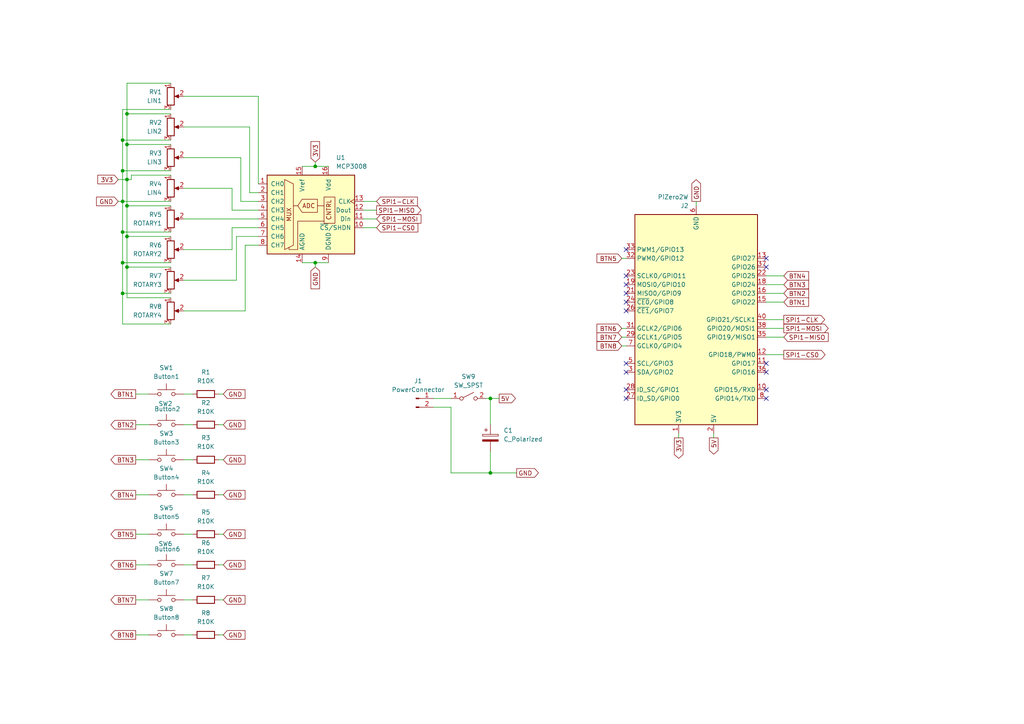
<source format=kicad_sch>
(kicad_sch (version 20231120) (generator "eeschema") (generator_version "8.0")
  (paper "A4")
  (lib_symbols
    (symbol "Analog_ADC:MCP3008" (pin_names (offset 1.016))
      (property "Reference" "U" (at -5.08 13.335 0))
      (property "Value" "MCP3008" (at -5.08 11.43 0))
      (symbol "MCP3008_0_0"
        (text "ADC" (at -0.635 1.27 0) (effects (font (size 1.27 1.27))))
        (text "CNTRL" (at 5.969 -2.921 900) (effects (font (size 1.27 1.27)) (justify left bottom)))
        (text "MUX" (at -6.35 -1.27 900) (effects (font (size 1.27 1.27))))
      )
      (symbol "MCP3008_0_1"
        (polyline (pts (xy -3.81 1.27) (xy -5.08 1.27)))
        (polyline (pts (xy 1.905 1.27) (xy 3.81 1.27)))
        (polyline (pts (xy -7.62 8.89) (xy -7.62 -11.43) (xy -5.08 -10.16) (xy -5.08 7.62) (xy -7.62 8.89)))
        (polyline (pts (xy 3.81 -3.175) (xy -3.81 -3.175) (xy -3.81 -11.43) (xy -6.35 -11.43) (xy -6.35 -10.795)))
        (polyline (pts (xy 1.905 3.175) (xy 1.905 -0.635) (xy -2.54 -0.635) (xy -3.81 1.27) (xy -2.54 3.175) (xy 1.905 3.175)))
        (rectangle (start 3.81 -3.81) (end 6.985 3.81))
        (rectangle (start 12.7 -12.7) (end -12.7 10.16) (stroke (width 0.254)) (fill (type background)))
      )
      (symbol "MCP3008_1_1"
        (pin input line (at -15.24 7.62 0) (length 2.54) (name "CH0") (number "1"))
        (pin input line (at 15.24 -5.08 180) (length 2.54) (name "~{CS}/SHDN") (number "10"))
        (pin input line (at 15.24 -2.54 180) (length 2.54) (name "Din") (number "11"))
        (pin output line (at 15.24 0 180) (length 2.54) (name "Dout") (number "12"))
        (pin input clock (at 15.24 2.54 180) (length 2.54) (name "CLK") (number "13"))
        (pin power_in line (at -2.54 -15.24 90) (length 2.54) (name "AGND") (number "14"))
        (pin power_in line (at -2.54 12.7 270) (length 2.54) (name "Vref") (number "15"))
        (pin power_in line (at 5.08 12.7 270) (length 2.54) (name "Vdd") (number "16"))
        (pin input line (at -15.24 5.08 0) (length 2.54) (name "CH1") (number "2"))
        (pin input line (at -15.24 2.54 0) (length 2.54) (name "CH2") (number "3"))
        (pin input line (at -15.24 0 0) (length 2.54) (name "CH3") (number "4"))
        (pin input line (at -15.24 -2.54 0) (length 2.54) (name "CH4") (number "5"))
        (pin input line (at -15.24 -5.08 0) (length 2.54) (name "CH5") (number "6"))
        (pin input line (at -15.24 -7.62 0) (length 2.54) (name "CH6") (number "7"))
        (pin input line (at -15.24 -10.16 0) (length 2.54) (name "CH7") (number "8"))
        (pin power_in line (at 5.08 -15.24 90) (length 2.54) (name "DGND") (number "9"))
      )
    )
    (symbol "Connector:Conn_01x02_Pin" (pin_names (offset 1.016) hide)
      (property "Reference" "J" (at 0 2.54 0))
      (property "Value" "Conn_01x02_Pin" (at 0 -5.08 0))
      (symbol "Conn_01x02_Pin_1_1"
        (polyline (pts (xy 1.27 -2.54) (xy 0.8636 -2.54)) (stroke (width 0.1524)))
        (polyline (pts (xy 1.27 0) (xy 0.8636 0)) (stroke (width 0.1524)))
        (rectangle (start 0.8636 -2.413) (end 0 -2.667) (stroke (width 0.1524)) (fill (type outline)))
        (rectangle (start 0.8636 0.127) (end 0 -0.127) (stroke (width 0.1524)) (fill (type outline)))
        (pin passive line (at 5.08 0 180) (length 3.81) (name "Pin_1") (number "1"))
        (pin passive line (at 5.08 -2.54 180) (length 3.81) (name "Pin_2") (number "2"))
      )
    )
    (symbol "Connector:Raspberry_Pi_2_3"
      (property "Reference" "J" (at -17.78 31.75 0))
      (property "Value" "Raspberry_Pi_2_3" (at 10.16 -31.75 0))
      (symbol "Raspberry_Pi_2_3_0_1"
        (rectangle (start -17.78 30.48) (end 17.78 -30.48) (stroke (width 0.254)) (fill (type background)))
      )
      (symbol "Raspberry_Pi_2_3_1_1"
        (pin power_in line (at 5.08 33.02 270) (length 2.54) (name "3V3") (number "1"))
        (pin bidirectional line (at -20.32 20.32 0) (length 2.54) (name "GPIO15/RXD") (number "10"))
        (pin bidirectional line (at -20.32 12.7 0) (length 2.54) (name "GPIO17") (number "11"))
        (pin bidirectional line (at -20.32 10.16 0) (length 2.54) (name "GPIO18/PWM0") (number "12"))
        (pin bidirectional line (at -20.32 -17.78 0) (length 2.54) (name "GPIO27") (number "13"))
        (pin passive line (at 0 -33.02 90) (length 2.54) hide (name "GND") (number "14"))
        (pin bidirectional line (at -20.32 -5.08 0) (length 2.54) (name "GPIO22") (number "15"))
        (pin bidirectional line (at -20.32 -7.62 0) (length 2.54) (name "GPIO23") (number "16"))
        (pin passive line (at 5.08 33.02 270) (length 2.54) hide (name "3V3") (number "17"))
        (pin bidirectional line (at -20.32 -10.16 0) (length 2.54) (name "GPIO24") (number "18"))
        (pin bidirectional line (at 20.32 -10.16 180) (length 2.54) (name "MOSI0/GPIO10") (number "19"))
        (pin power_in line (at -5.08 33.02 270) (length 2.54) (name "5V") (number "2"))
        (pin passive line (at 0 -33.02 90) (length 2.54) hide (name "GND") (number "20"))
        (pin bidirectional line (at 20.32 -7.62 180) (length 2.54) (name "MISO0/GPIO9") (number "21"))
        (pin bidirectional line (at -20.32 -12.7 0) (length 2.54) (name "GPIO25") (number "22"))
        (pin bidirectional line (at 20.32 -12.7 180) (length 2.54) (name "SCLK0/GPIO11") (number "23"))
        (pin bidirectional line (at 20.32 -5.08 180) (length 2.54) (name "~{CE0}/GPIO8") (number "24"))
        (pin passive line (at 0 -33.02 90) (length 2.54) hide (name "GND") (number "25"))
        (pin bidirectional line (at 20.32 -2.54 180) (length 2.54) (name "~{CE1}/GPIO7") (number "26"))
        (pin bidirectional line (at 20.32 22.86 180) (length 2.54) (name "ID_SD/GPIO0") (number "27"))
        (pin bidirectional line (at 20.32 20.32 180) (length 2.54) (name "ID_SC/GPIO1") (number "28"))
        (pin bidirectional line (at 20.32 5.08 180) (length 2.54) (name "GCLK1/GPIO5") (number "29"))
        (pin bidirectional line (at 20.32 15.24 180) (length 2.54) (name "SDA/GPIO2") (number "3"))
        (pin passive line (at 0 -33.02 90) (length 2.54) hide (name "GND") (number "30"))
        (pin bidirectional line (at 20.32 2.54 180) (length 2.54) (name "GCLK2/GPIO6") (number "31"))
        (pin bidirectional line (at 20.32 -17.78 180) (length 2.54) (name "PWM0/GPIO12") (number "32"))
        (pin bidirectional line (at 20.32 -20.32 180) (length 2.54) (name "PWM1/GPIO13") (number "33"))
        (pin passive line (at 0 -33.02 90) (length 2.54) hide (name "GND") (number "34"))
        (pin bidirectional line (at -20.32 5.08 0) (length 2.54) (name "GPIO19/MISO1") (number "35"))
        (pin bidirectional line (at -20.32 15.24 0) (length 2.54) (name "GPIO16") (number "36"))
        (pin bidirectional line (at -20.32 -15.24 0) (length 2.54) (name "GPIO26") (number "37"))
        (pin bidirectional line (at -20.32 2.54 0) (length 2.54) (name "GPIO20/MOSI1") (number "38"))
        (pin passive line (at 0 -33.02 90) (length 2.54) hide (name "GND") (number "39"))
        (pin passive line (at -5.08 33.02 270) (length 2.54) hide (name "5V") (number "4"))
        (pin bidirectional line (at -20.32 0 0) (length 2.54) (name "GPIO21/SCLK1") (number "40"))
        (pin bidirectional line (at 20.32 12.7 180) (length 2.54) (name "SCL/GPIO3") (number "5"))
        (pin power_in line (at 0 -33.02 90) (length 2.54) (name "GND") (number "6"))
        (pin bidirectional line (at 20.32 7.62 180) (length 2.54) (name "GCLK0/GPIO4") (number "7"))
        (pin bidirectional line (at -20.32 22.86 0) (length 2.54) (name "GPIO14/TXD") (number "8"))
        (pin passive line (at 0 -33.02 90) (length 2.54) hide (name "GND") (number "9"))
      )
    )
    (symbol "Device:C_Polarized" (pin_numbers hide) (pin_names (offset 0.254))
      (property "Reference" "C" (at 0.635 2.54 0))
      (property "Value" "C_Polarized" (at 0.635 -2.54 0))
      (symbol "C_Polarized_0_1"
        (rectangle (start -2.286 0.508) (end 2.286 1.016))
        (polyline (pts (xy -1.778 2.286) (xy -0.762 2.286)))
        (polyline (pts (xy -1.27 2.794) (xy -1.27 1.778)))
        (rectangle (start 2.286 -0.508) (end -2.286 -1.016) (fill (type outline)))
      )
      (symbol "C_Polarized_1_1"
        (pin passive line (at 0 3.81 270) (length 2.794) (name "~") (number "1"))
        (pin passive line (at 0 -3.81 90) (length 2.794) (name "~") (number "2"))
      )
    )
    (symbol "Device:R" (pin_numbers hide) (pin_names (offset 0))
      (property "Reference" "R" (at 2.032 0 90))
      (property "Value" "R" (at 0 0 90))
      (symbol "R_0_1"
        (rectangle (start -1.016 -2.54) (end 1.016 2.54) (stroke (width 0.254)))
      )
      (symbol "R_1_1"
        (pin passive line (at 0 3.81 270) (length 1.27) (name "~") (number "1"))
        (pin passive line (at 0 -3.81 90) (length 1.27) (name "~") (number "2"))
      )
    )
    (symbol "Device:R_Potentiometer" (pin_names (offset 1.016) hide)
      (property "Reference" "RV" (at -4.445 0 90))
      (property "Value" "R_Potentiometer" (at -2.54 0 90))
      (symbol "R_Potentiometer_0_1"
        (polyline (pts (xy 2.54 0) (xy 1.524 0)))
        (polyline (pts (xy 1.143 0) (xy 2.286 0.508) (xy 2.286 -0.508) (xy 1.143 0)) (fill (type outline)))
        (rectangle (start 1.016 2.54) (end -1.016 -2.54) (stroke (width 0.254)))
      )
      (symbol "R_Potentiometer_1_1"
        (pin passive line (at 0 3.81 270) (length 1.27) (name "1") (number "1"))
        (pin passive line (at 3.81 0 180) (length 1.27) (name "2") (number "2"))
        (pin passive line (at 0 -3.81 90) (length 1.27) (name "3") (number "3"))
      )
    )
    (symbol "Switch:SW_Push" (pin_numbers hide) (pin_names (offset 1.016) hide)
      (property "Reference" "SW" (at 1.27 2.54 0))
      (property "Value" "SW_Push" (at 0 -1.524 0))
      (symbol "SW_Push_0_1"
        (circle (center -2.032 0) (radius 0.508))
        (polyline (pts (xy 0 1.27) (xy 0 3.048)))
        (polyline (pts (xy 2.54 1.27) (xy -2.54 1.27)))
        (circle (center 2.032 0) (radius 0.508))
        (pin passive line (at -5.08 0 0) (length 2.54) (name "1") (number "1"))
        (pin passive line (at 5.08 0 180) (length 2.54) (name "2") (number "2"))
      )
    )
    (symbol "Switch:SW_SPST" (pin_names (offset 0) hide)
      (property "Reference" "SW" (at 0 3.175 0))
      (property "Value" "SW_SPST" (at 0 -2.54 0))
      (symbol "SW_SPST_0_0"
        (circle (center -2.032 0) (radius 0.508))
        (polyline (pts (xy -1.524 0.254) (xy 1.524 1.778)))
        (circle (center 2.032 0) (radius 0.508))
      )
      (symbol "SW_SPST_1_1"
        (pin passive line (at -5.08 0 0) (length 2.54) (name "A") (number "1"))
        (pin passive line (at 5.08 0 180) (length 2.54) (name "B") (number "2"))
      )
    )
  )
  (junction (at 35.56 85.09))
  (junction (at 36.83 68.58))
  (junction (at 142.24 115.57))
  (junction (at 36.83 41.91))
  (junction (at 35.56 76.2))
  (junction (at 36.83 33.02))
  (junction (at 35.56 49.53))
  (junction (at 36.83 52.07))
  (junction (at 36.83 77.47))
  (junction (at 35.56 58.42))
  (junction (at 142.24 137.16))
  (junction (at 35.56 40.64))
  (junction (at 35.56 67.31))
  (junction (at 91.44 48.26))
  (junction (at 36.83 59.69))
  (junction (at 91.44 76.2))
  (no_connect (at 222.25 115.57))
  (no_connect (at 222.25 105.41))
  (no_connect (at 222.25 107.95))
  (no_connect (at 181.61 72.39))
  (no_connect (at 181.61 107.95))
  (no_connect (at 222.25 74.93))
  (no_connect (at 181.61 115.57))
  (no_connect (at 181.61 82.55))
  (no_connect (at 181.61 113.03))
  (no_connect (at 181.61 87.63))
  (no_connect (at 181.61 85.09))
  (no_connect (at 181.61 80.01))
  (no_connect (at 222.25 77.47))
  (no_connect (at 222.25 113.03))
  (no_connect (at 181.61 90.17))
  (no_connect (at 181.61 105.41))
  (wire (pts (xy 105.41 60.96) (xy 109.22 60.96)))
  (wire (pts (xy 53.34 36.83) (xy 72.39 36.83)))
  (wire (pts (xy 49.53 76.2) (xy 35.56 76.2)))
  (wire (pts (xy 71.12 90.17) (xy 71.12 71.12)))
  (wire (pts (xy 142.24 137.16) (xy 149.86 137.16)))
  (wire (pts (xy 35.56 67.31) (xy 35.56 76.2)))
  (wire (pts (xy 222.25 87.63) (xy 227.33 87.63)))
  (wire (pts (xy 49.53 41.91) (xy 36.83 41.91)))
  (wire (pts (xy 63.5 143.51) (xy 64.77 143.51)))
  (wire (pts (xy 49.53 24.13) (xy 36.83 24.13)))
  (wire (pts (xy 130.81 137.16) (xy 130.81 118.11)))
  (wire (pts (xy 49.53 50.8) (xy 38.1 50.8)))
  (wire (pts (xy 53.34 143.51) (xy 55.88 143.51)))
  (wire (pts (xy 49.53 59.69) (xy 36.83 59.69)))
  (wire (pts (xy 63.5 184.15) (xy 64.77 184.15)))
  (wire (pts (xy 53.34 81.28) (xy 68.58 81.28)))
  (wire (pts (xy 95.25 48.26) (xy 91.44 48.26)))
  (wire (pts (xy 227.33 95.25) (xy 222.25 95.25)))
  (wire (pts (xy 35.56 58.42) (xy 49.53 58.42)))
  (wire (pts (xy 39.37 123.19) (xy 43.18 123.19)))
  (wire (pts (xy 142.24 130.81) (xy 142.24 137.16)))
  (wire (pts (xy 39.37 133.35) (xy 43.18 133.35)))
  (wire (pts (xy 36.83 33.02) (xy 36.83 41.91)))
  (wire (pts (xy 53.34 154.94) (xy 55.88 154.94)))
  (wire (pts (xy 35.56 49.53) (xy 49.53 49.53)))
  (wire (pts (xy 39.37 163.83) (xy 43.18 163.83)))
  (wire (pts (xy 35.56 40.64) (xy 49.53 40.64)))
  (wire (pts (xy 49.53 93.98) (xy 35.56 93.98)))
  (wire (pts (xy 91.44 48.26) (xy 91.44 46.99)))
  (wire (pts (xy 67.31 66.04) (xy 74.93 66.04)))
  (wire (pts (xy 68.58 68.58) (xy 74.93 68.58)))
  (wire (pts (xy 35.56 49.53) (xy 35.56 58.42)))
  (wire (pts (xy 227.33 97.79) (xy 222.25 97.79)))
  (wire (pts (xy 35.56 58.42) (xy 34.29 58.42)))
  (wire (pts (xy 67.31 54.61) (xy 67.31 60.96)))
  (wire (pts (xy 35.56 76.2) (xy 35.56 85.09)))
  (wire (pts (xy 207.01 127) (xy 207.01 125.73)))
  (wire (pts (xy 63.5 114.3) (xy 64.77 114.3)))
  (wire (pts (xy 53.34 63.5) (xy 74.93 63.5)))
  (wire (pts (xy 72.39 55.88) (xy 74.93 55.88)))
  (wire (pts (xy 39.37 184.15) (xy 43.18 184.15)))
  (wire (pts (xy 69.85 58.42) (xy 74.93 58.42)))
  (wire (pts (xy 140.97 115.57) (xy 142.24 115.57)))
  (wire (pts (xy 180.34 97.79) (xy 181.61 97.79)))
  (wire (pts (xy 35.56 85.09) (xy 35.56 93.98)))
  (wire (pts (xy 36.83 24.13) (xy 36.83 33.02)))
  (wire (pts (xy 53.34 45.72) (xy 69.85 45.72)))
  (wire (pts (xy 49.53 68.58) (xy 36.83 68.58)))
  (wire (pts (xy 53.34 72.39) (xy 67.31 72.39)))
  (wire (pts (xy 201.93 59.69) (xy 201.93 58.42)))
  (wire (pts (xy 68.58 81.28) (xy 68.58 68.58)))
  (wire (pts (xy 63.5 154.94) (xy 64.77 154.94)))
  (wire (pts (xy 180.34 74.93) (xy 181.61 74.93)))
  (wire (pts (xy 35.56 40.64) (xy 35.56 49.53)))
  (wire (pts (xy 53.34 54.61) (xy 67.31 54.61)))
  (wire (pts (xy 63.5 123.19) (xy 64.77 123.19)))
  (wire (pts (xy 49.53 31.75) (xy 35.56 31.75)))
  (wire (pts (xy 39.37 154.94) (xy 43.18 154.94)))
  (wire (pts (xy 222.25 80.01) (xy 227.33 80.01)))
  (wire (pts (xy 39.37 114.3) (xy 43.18 114.3)))
  (wire (pts (xy 130.81 118.11) (xy 125.73 118.11)))
  (wire (pts (xy 71.12 71.12) (xy 74.93 71.12)))
  (wire (pts (xy 49.53 85.09) (xy 35.56 85.09)))
  (wire (pts (xy 142.24 115.57) (xy 142.24 123.19)))
  (wire (pts (xy 53.34 173.99) (xy 55.88 173.99)))
  (wire (pts (xy 49.53 86.36) (xy 36.83 86.36)))
  (wire (pts (xy 91.44 76.2) (xy 91.44 77.47)))
  (wire (pts (xy 53.34 114.3) (xy 55.88 114.3)))
  (wire (pts (xy 67.31 60.96) (xy 74.93 60.96)))
  (wire (pts (xy 36.83 59.69) (xy 36.83 68.58)))
  (wire (pts (xy 105.41 58.42) (xy 109.22 58.42)))
  (wire (pts (xy 34.29 52.07) (xy 36.83 52.07)))
  (wire (pts (xy 105.41 66.04) (xy 109.22 66.04)))
  (wire (pts (xy 36.83 77.47) (xy 36.83 86.36)))
  (wire (pts (xy 72.39 36.83) (xy 72.39 55.88)))
  (wire (pts (xy 39.37 173.99) (xy 43.18 173.99)))
  (wire (pts (xy 36.83 68.58) (xy 36.83 77.47)))
  (wire (pts (xy 67.31 72.39) (xy 67.31 66.04)))
  (wire (pts (xy 53.34 123.19) (xy 55.88 123.19)))
  (wire (pts (xy 49.53 77.47) (xy 36.83 77.47)))
  (wire (pts (xy 180.34 95.25) (xy 181.61 95.25)))
  (wire (pts (xy 95.25 76.2) (xy 91.44 76.2)))
  (wire (pts (xy 63.5 173.99) (xy 64.77 173.99)))
  (wire (pts (xy 180.34 100.33) (xy 181.61 100.33)))
  (wire (pts (xy 130.81 137.16) (xy 142.24 137.16)))
  (wire (pts (xy 53.34 163.83) (xy 55.88 163.83)))
  (wire (pts (xy 196.85 127) (xy 196.85 125.73)))
  (wire (pts (xy 142.24 115.57) (xy 144.78 115.57)))
  (wire (pts (xy 69.85 45.72) (xy 69.85 58.42)))
  (wire (pts (xy 227.33 92.71) (xy 222.25 92.71)))
  (wire (pts (xy 38.1 50.8) (xy 38.1 52.07)))
  (wire (pts (xy 227.33 102.87) (xy 222.25 102.87)))
  (wire (pts (xy 35.56 67.31) (xy 35.56 58.42)))
  (wire (pts (xy 35.56 31.75) (xy 35.56 40.64)))
  (wire (pts (xy 87.63 76.2) (xy 91.44 76.2)))
  (wire (pts (xy 36.83 41.91) (xy 36.83 52.07)))
  (wire (pts (xy 53.34 133.35) (xy 55.88 133.35)))
  (wire (pts (xy 87.63 48.26) (xy 91.44 48.26)))
  (wire (pts (xy 49.53 67.31) (xy 35.56 67.31)))
  (wire (pts (xy 222.25 82.55) (xy 227.33 82.55)))
  (wire (pts (xy 36.83 59.69) (xy 36.83 52.07)))
  (wire (pts (xy 63.5 163.83) (xy 64.77 163.83)))
  (wire (pts (xy 222.25 85.09) (xy 227.33 85.09)))
  (wire (pts (xy 49.53 33.02) (xy 36.83 33.02)))
  (wire (pts (xy 74.93 27.94) (xy 74.93 53.34)))
  (wire (pts (xy 63.5 133.35) (xy 64.77 133.35)))
  (wire (pts (xy 53.34 184.15) (xy 55.88 184.15)))
  (wire (pts (xy 53.34 90.17) (xy 71.12 90.17)))
  (wire (pts (xy 39.37 143.51) (xy 43.18 143.51)))
  (wire (pts (xy 38.1 52.07) (xy 36.83 52.07)))
  (wire (pts (xy 105.41 63.5) (xy 109.22 63.5)))
  (wire (pts (xy 125.73 115.57) (xy 130.81 115.57)))
  (wire (pts (xy 53.34 27.94) (xy 74.93 27.94)))
  (global_label "GND" (shape input) (at 64.77 133.35 0) (property "Intersheetrefs" "${INTERSHEET_REFS}" (effects (hide yes))))
  (global_label "BTN3" (shape output) (at 39.37 133.35 180) (property "Intersheetrefs" "${INTERSHEET_REFS}" (effects (hide yes))))
  (global_label "GND" (shape input) (at 34.29 58.42 180) (property "Intersheetrefs" "${INTERSHEET_REFS}" (effects (hide yes))))
  (global_label "SPI1-CS0" (shape input) (at 109.22 66.04 0) (property "Intersheetrefs" "${INTERSHEET_REFS}" (effects (hide yes))))
  (global_label "GND" (shape input) (at 91.44 77.47 270) (property "Intersheetrefs" "${INTERSHEET_REFS}" (effects (hide yes))))
  (global_label "SPI1-CLK" (shape output) (at 227.33 92.71 0) (property "Intersheetrefs" "${INTERSHEET_REFS}" (effects (hide yes))))
  (global_label "GND" (shape input) (at 64.77 173.99 0) (property "Intersheetrefs" "${INTERSHEET_REFS}" (effects (hide yes))))
  (global_label "SPI1-MISO" (shape output) (at 109.22 60.96 0) (property "Intersheetrefs" "${INTERSHEET_REFS}" (effects (hide yes))))
  (global_label "5V" (shape output) (at 144.78 115.57 0) (property "Intersheetrefs" "${INTERSHEET_REFS}" (effects (hide yes))))
  (global_label "GND" (shape input) (at 64.77 123.19 0) (property "Intersheetrefs" "${INTERSHEET_REFS}" (effects (hide yes))))
  (global_label "SPI1-MISO" (shape input) (at 227.33 97.79 0) (property "Intersheetrefs" "${INTERSHEET_REFS}" (effects (hide yes))))
  (global_label "3V3" (shape input) (at 34.29 52.07 180) (property "Intersheetrefs" "${INTERSHEET_REFS}" (effects (hide yes))))
  (global_label "BTN6" (shape output) (at 39.37 163.83 180) (property "Intersheetrefs" "${INTERSHEET_REFS}" (effects (hide yes))))
  (global_label "BTN5" (shape output) (at 39.37 154.94 180) (property "Intersheetrefs" "${INTERSHEET_REFS}" (effects (hide yes))))
  (global_label "BTN1" (shape input) (at 227.33 87.63 0) (property "Intersheetrefs" "${INTERSHEET_REFS}" (effects (hide yes))))
  (global_label "SPI1-CLK" (shape input) (at 109.22 58.42 0) (property "Intersheetrefs" "${INTERSHEET_REFS}" (effects (hide yes))))
  (global_label "GND" (shape output) (at 201.93 58.42 90) (property "Intersheetrefs" "${INTERSHEET_REFS}" (effects (hide yes))))
  (global_label "5V" (shape output) (at 207.01 127 270) (property "Intersheetrefs" "${INTERSHEET_REFS}" (effects (hide yes))))
  (global_label "3V3" (shape output) (at 196.85 127 270) (property "Intersheetrefs" "${INTERSHEET_REFS}" (effects (hide yes))))
  (global_label "GND" (shape output) (at 149.86 137.16 0) (property "Intersheetrefs" "${INTERSHEET_REFS}" (effects (hide yes))))
  (global_label "BTN4" (shape input) (at 227.33 80.01 0) (property "Intersheetrefs" "${INTERSHEET_REFS}" (effects (hide yes))))
  (global_label "SPI1-MOSI" (shape input) (at 109.22 63.5 0) (property "Intersheetrefs" "${INTERSHEET_REFS}" (effects (hide yes))))
  (global_label "SPI1-CS0" (shape output) (at 227.33 102.87 0) (property "Intersheetrefs" "${INTERSHEET_REFS}" (effects (hide yes))))
  (global_label "GND" (shape input) (at 64.77 143.51 0) (property "Intersheetrefs" "${INTERSHEET_REFS}" (effects (hide yes))))
  (global_label "GND" (shape input) (at 64.77 184.15 0) (property "Intersheetrefs" "${INTERSHEET_REFS}" (effects (hide yes))))
  (global_label "3V3" (shape input) (at 91.44 46.99 90) (property "Intersheetrefs" "${INTERSHEET_REFS}" (effects (hide yes))))
  (global_label "BTN8" (shape output) (at 39.37 184.15 180) (property "Intersheetrefs" "${INTERSHEET_REFS}" (effects (hide yes))))
  (global_label "BTN7" (shape output) (at 39.37 173.99 180) (property "Intersheetrefs" "${INTERSHEET_REFS}" (effects (hide yes))))
  (global_label "BTN1" (shape output) (at 39.37 114.3 180) (property "Intersheetrefs" "${INTERSHEET_REFS}" (effects (hide yes))))
  (global_label "GND" (shape input) (at 64.77 163.83 0) (property "Intersheetrefs" "${INTERSHEET_REFS}" (effects (hide yes))))
  (global_label "BTN6" (shape input) (at 180.34 95.25 180) (property "Intersheetrefs" "${INTERSHEET_REFS}" (effects (hide yes))))
  (global_label "BTN2" (shape input) (at 227.33 85.09 0) (property "Intersheetrefs" "${INTERSHEET_REFS}" (effects (hide yes))))
  (global_label "BTN4" (shape output) (at 39.37 143.51 180) (property "Intersheetrefs" "${INTERSHEET_REFS}" (effects (hide yes))))
  (global_label "BTN2" (shape output) (at 39.37 123.19 180) (property "Intersheetrefs" "${INTERSHEET_REFS}" (effects (hide yes))))
  (global_label "BTN8" (shape input) (at 180.34 100.33 180) (property "Intersheetrefs" "${INTERSHEET_REFS}" (effects (hide yes))))
  (global_label "SPI1-MOSI" (shape output) (at 227.33 95.25 0) (property "Intersheetrefs" "${INTERSHEET_REFS}" (effects (hide yes))))
  (global_label "BTN3" (shape input) (at 227.33 82.55 0) (property "Intersheetrefs" "${INTERSHEET_REFS}" (effects (hide yes))))
  (global_label "BTN7" (shape input) (at 180.34 97.79 180) (property "Intersheetrefs" "${INTERSHEET_REFS}" (effects (hide yes))))
  (global_label "BTN5" (shape input) (at 180.34 74.93 180) (property "Intersheetrefs" "${INTERSHEET_REFS}" (effects (hide yes))))
  (global_label "GND" (shape input) (at 64.77 114.3 0) (property "Intersheetrefs" "${INTERSHEET_REFS}" (effects (hide yes))))
  (global_label "GND" (shape input) (at 64.77 154.94 0) (property "Intersheetrefs" "${INTERSHEET_REFS}" (effects (hide yes))))
  (symbol (lib_id "Device:R") (at 59.69 114.3 90) (unit 1)
    (property "Reference" "R1" (at 59.69 107.95 90))
    (property "Value" "R10K" (at 59.69 110.49 90))
    (property "Footprint" "Resistor_SMD:R_1206_3216Metric_Pad1.30x1.75mm_HandSolder" (effects (hide yes)))
    (property "Description" "Resistor" (effects (hide yes)))
  )
  (symbol (lib_id "Device:R") (at 59.69 184.15 90) (unit 1)
    (property "Reference" "R8" (at 59.69 177.8 90))
    (property "Value" "R10K" (at 59.69 180.34 90))
    (property "Footprint" "Resistor_SMD:R_1206_3216Metric_Pad1.30x1.75mm_HandSolder" (effects (hide yes)))
    (property "Description" "Resistor" (effects (hide yes)))
  )
  (symbol (lib_id "Device:R_Potentiometer") (at 49.53 54.61 0) (unit 1)
    (property "Reference" "RV4" (at 46.99 53.3399 0) (effects (justify right)))
    (property "Value" "LIN4" (at 46.99 55.8799 0) (effects (justify right)))
    (property "Footprint" "Potentiometer_THT:Potentiometer_Bourns_PTA6043_Single_Slide" (effects (hide yes)))
    (property "Description" "Potentiometer" (effects (hide yes)))
  )
  (symbol (lib_id "Switch:SW_Push") (at 48.26 143.51 0) (unit 1)
    (property "Reference" "SW4" (at 48.26 135.89 0))
    (property "Value" "Button4" (at 48.26 138.43 0))
    (property "Footprint" "Button_Switch_THT:SW_SPST_Omron_B3F-40xx" (effects (hide yes)))
    (property "Description" "Push button switch, generic, two pins" (effects (hide yes)))
  )
  (symbol (lib_id "Connector:Conn_01x02_Pin") (at 120.65 115.57 0) (unit 1)
    (property "Reference" "J1" (at 121.285 110.49 0))
    (property "Value" "PowerConnector" (at 121.285 113.03 0))
    (property "Footprint" "Connector_PinHeader_2.54mm:PinHeader_1x02_P2.54mm_Vertical" (effects (hide yes)))
    (property "Description" "Generic connector, single row, 01x02, script generated" (effects (hide yes)))
  )
  (symbol (lib_id "Connector:Raspberry_Pi_2_3") (at 201.93 92.71 180) (unit 1)
    (property "Reference" "J2" (at 199.7359 59.69 0) (effects (justify left)))
    (property "Value" "PiZero2W" (at 199.7359 57.15 0) (effects (justify left)))
    (property "Footprint" "Connector_PinSocket_2.54mm:PinSocket_2x20_P2.54mm_Vertical" (effects (hide yes)))
    (property "Datasheet" "https://www.raspberrypi.org/documentation/hardware/raspberrypi/schematics/rpi_SCH_3bplus_1p0_reduced.pdf" (effects (hide yes)))
    (property "Description" "expansion header for Raspberry Pi 2 & 3" (effects (hide yes)))
  )
  (symbol (lib_id "Device:R_Potentiometer") (at 49.53 72.39 0) (unit 1)
    (property "Reference" "RV6" (at 46.99 71.1199 0) (effects (justify right)))
    (property "Value" "ROTARY2" (at 46.99 73.6599 0) (effects (justify right)))
    (property "Footprint" "Potentiometer_THT:Potentiometer_Bourns_PTV09A-1_Single_Vertical" (effects (hide yes)))
    (property "Description" "Potentiometer" (effects (hide yes)))
  )
  (symbol (lib_id "Switch:SW_Push") (at 48.26 133.35 0) (unit 1)
    (property "Reference" "SW3" (at 48.26 125.73 0))
    (property "Value" "Button3" (at 48.26 128.27 0))
    (property "Footprint" "Button_Switch_THT:SW_SPST_Omron_B3F-40xx" (effects (hide yes)))
    (property "Description" "Push button switch, generic, two pins" (effects (hide yes)))
  )
  (symbol (lib_id "Device:R_Potentiometer") (at 49.53 45.72 0) (unit 1)
    (property "Reference" "RV3" (at 46.99 44.4499 0) (effects (justify right)))
    (property "Value" "LIN3" (at 46.99 46.9899 0) (effects (justify right)))
    (property "Footprint" "Potentiometer_THT:Potentiometer_Bourns_PTA6043_Single_Slide" (effects (hide yes)))
    (property "Description" "Potentiometer" (effects (hide yes)))
  )
  (symbol (lib_id "Device:R_Potentiometer") (at 49.53 81.28 0) (unit 1)
    (property "Reference" "RV7" (at 46.99 80.0099 0) (effects (justify right)))
    (property "Value" "ROTARY3" (at 46.99 82.5499 0) (effects (justify right)))
    (property "Footprint" "Potentiometer_THT:Potentiometer_Bourns_PTV09A-1_Single_Vertical" (effects (hide yes)))
    (property "Description" "Potentiometer" (effects (hide yes)))
  )
  (symbol (lib_id "Device:R_Potentiometer") (at 49.53 36.83 0) (unit 1)
    (property "Reference" "RV2" (at 46.99 35.5599 0) (effects (justify right)))
    (property "Value" "LIN2" (at 46.99 38.0999 0) (effects (justify right)))
    (property "Footprint" "Potentiometer_THT:Potentiometer_Bourns_PTA6043_Single_Slide" (effects (hide yes)))
    (property "Description" "Potentiometer" (effects (hide yes)))
  )
  (symbol (lib_id "Switch:SW_Push") (at 48.26 114.3 0) (unit 1)
    (property "Reference" "SW1" (at 48.26 106.68 0))
    (property "Value" "Button1" (at 48.26 109.22 0))
    (property "Footprint" "Button_Switch_THT:SW_SPST_Omron_B3F-40xx" (effects (hide yes)))
    (property "Description" "Push button switch, generic, two pins" (effects (hide yes)))
  )
  (symbol (lib_id "Switch:SW_Push") (at 48.26 173.99 0) (unit 1)
    (property "Reference" "SW7" (at 48.26 166.37 0))
    (property "Value" "Button7" (at 48.26 168.91 0))
    (property "Footprint" "Button_Switch_THT:SW_SPST_Omron_B3F-40xx" (effects (hide yes)))
    (property "Description" "Push button switch, generic, two pins" (effects (hide yes)))
  )
  (symbol (lib_id "Device:C_Polarized") (at 142.24 127 0) (unit 1)
    (property "Reference" "C1" (at 146.05 124.8409 0) (effects (justify left)))
    (property "Value" "C_Polarized" (at 146.05 127.3809 0) (effects (justify left)))
    (property "Footprint" "Capacitor_THT:CP_Radial_D4.0mm_P2.00mm" (effects (hide yes)))
    (property "Description" "Polarized capacitor" (effects (hide yes)))
  )
  (symbol (lib_id "Device:R") (at 59.69 123.19 90) (unit 1)
    (property "Reference" "R2" (at 59.69 116.84 90))
    (property "Value" "R10K" (at 59.69 119.38 90))
    (property "Footprint" "Resistor_SMD:R_1206_3216Metric_Pad1.30x1.75mm_HandSolder" (effects (hide yes)))
    (property "Description" "Resistor" (effects (hide yes)))
  )
  (symbol (lib_id "Device:R_Potentiometer") (at 49.53 90.17 0) (unit 1)
    (property "Reference" "RV8" (at 46.99 88.8999 0) (effects (justify right)))
    (property "Value" "ROTARY4" (at 46.99 91.4399 0) (effects (justify right)))
    (property "Footprint" "Potentiometer_THT:Potentiometer_Bourns_PTV09A-1_Single_Vertical" (effects (hide yes)))
    (property "Description" "Potentiometer" (effects (hide yes)))
  )
  (symbol (lib_id "Switch:SW_Push") (at 48.26 163.83 0) (unit 1)
    (property "Reference" "SW6" (at 50.038 157.734 0) (effects (justify right)))
    (property "Value" "Button6" (at 52.324 159.258 0) (effects (justify right)))
    (property "Footprint" "Button_Switch_THT:SW_SPST_Omron_B3F-40xx" (effects (hide yes)))
    (property "Description" "Push button switch, generic, two pins" (effects (hide yes)))
  )
  (symbol (lib_id "Device:R") (at 59.69 173.99 90) (unit 1)
    (property "Reference" "R7" (at 59.69 167.64 90))
    (property "Value" "R10K" (at 59.69 170.18 90))
    (property "Footprint" "Resistor_SMD:R_1206_3216Metric_Pad1.30x1.75mm_HandSolder" (effects (hide yes)))
    (property "Description" "Resistor" (effects (hide yes)))
  )
  (symbol (lib_id "Analog_ADC:MCP3008") (at 90.17 60.96 0) (unit 1)
    (property "Reference" "U1" (at 97.4441 45.72 0) (effects (justify left)))
    (property "Value" "MCP3008" (at 97.4441 48.26 0) (effects (justify left)))
    (property "Footprint" "Package_DIP:CERDIP-16_W7.62mm_SideBrazed_Socket" (effects (hide yes)))
    (property "Datasheet" "http://ww1.microchip.com/downloads/en/DeviceDoc/21295d.pdf" (effects (hide yes)))
    (property "Description" "A/D Converter, 10-Bit, 8-Channel, SPI Interface , 2.7V-5.5V" (effects (hide yes)))
  )
  (symbol (lib_id "Device:R") (at 59.69 163.83 90) (unit 1)
    (property "Reference" "R6" (at 59.69 157.48 90))
    (property "Value" "R10K" (at 59.69 160.02 90))
    (property "Footprint" "Resistor_SMD:R_1206_3216Metric_Pad1.30x1.75mm_HandSolder" (effects (hide yes)))
    (property "Description" "Resistor" (effects (hide yes)))
  )
  (symbol (lib_id "Device:R") (at 59.69 143.51 90) (unit 1)
    (property "Reference" "R4" (at 59.69 137.16 90))
    (property "Value" "R10K" (at 59.69 139.7 90))
    (property "Footprint" "Resistor_SMD:R_1206_3216Metric_Pad1.30x1.75mm_HandSolder" (effects (hide yes)))
    (property "Description" "Resistor" (effects (hide yes)))
  )
  (symbol (lib_id "Device:R") (at 59.69 133.35 90) (unit 1)
    (property "Reference" "R3" (at 59.69 127 90))
    (property "Value" "R10K" (at 59.69 129.54 90))
    (property "Footprint" "Resistor_SMD:R_1206_3216Metric_Pad1.30x1.75mm_HandSolder" (effects (hide yes)))
    (property "Description" "Resistor" (effects (hide yes)))
  )
  (symbol (lib_id "Switch:SW_SPST") (at 135.89 115.57 0) (unit 1)
    (property "Reference" "SW9" (at 135.89 109.22 0))
    (property "Value" "SW_SPST" (at 135.89 111.76 0))
    (property "Footprint" "Button_Switch_THT:SW_DIP_SPSTx01_Slide_9.78x4.72mm_W7.62mm_P2.54mm" (effects (hide yes)))
    (property "Description" "Single Pole Single Throw (SPST) switch" (effects (hide yes)))
  )
  (symbol (lib_id "Switch:SW_Push") (at 48.26 123.19 0) (unit 1)
    (property "Reference" "SW2" (at 50.038 117.094 0) (effects (justify right)))
    (property "Value" "Button2" (at 52.324 118.618 0) (effects (justify right)))
    (property "Footprint" "Button_Switch_THT:SW_SPST_Omron_B3F-40xx" (effects (hide yes)))
    (property "Description" "Push button switch, generic, two pins" (effects (hide yes)))
  )
  (symbol (lib_id "Switch:SW_Push") (at 48.26 154.94 0) (unit 1)
    (property "Reference" "SW5" (at 48.26 147.32 0))
    (property "Value" "Button5" (at 48.26 149.86 0))
    (property "Footprint" "Button_Switch_THT:SW_SPST_Omron_B3F-40xx" (effects (hide yes)))
    (property "Description" "Push button switch, generic, two pins" (effects (hide yes)))
  )
  (symbol (lib_id "Device:R_Potentiometer") (at 49.53 27.94 0) (unit 1)
    (property "Reference" "RV1" (at 46.99 26.6699 0) (effects (justify right)))
    (property "Value" "LIN1" (at 46.99 29.2099 0) (effects (justify right)))
    (property "Footprint" "Potentiometer_THT:Potentiometer_Bourns_PTA6043_Single_Slide" (effects (hide yes)))
    (property "Description" "Potentiometer" (effects (hide yes)))
  )
  (symbol (lib_id "Device:R_Potentiometer") (at 49.53 63.5 0) (unit 1)
    (property "Reference" "RV5" (at 46.99 62.2299 0) (effects (justify right)))
    (property "Value" "ROTARY1" (at 46.99 64.7699 0) (effects (justify right)))
    (property "Footprint" "Potentiometer_THT:Potentiometer_Bourns_PTV09A-1_Single_Vertical" (effects (hide yes)))
    (property "Description" "Potentiometer" (effects (hide yes)))
  )
  (symbol (lib_id "Switch:SW_Push") (at 48.26 184.15 0) (unit 1)
    (property "Reference" "SW8" (at 48.26 176.53 0))
    (property "Value" "Button8" (at 48.26 179.07 0))
    (property "Footprint" "Button_Switch_THT:SW_SPST_Omron_B3F-40xx" (effects (hide yes)))
    (property "Description" "Push button switch, generic, two pins" (effects (hide yes)))
  )
  (symbol (lib_id "Device:R") (at 59.69 154.94 90) (unit 1)
    (property "Reference" "R5" (at 59.69 148.59 90))
    (property "Value" "R10K" (at 59.69 151.13 90))
    (property "Footprint" "Resistor_SMD:R_1206_3216Metric_Pad1.30x1.75mm_HandSolder" (effects (hide yes)))
    (property "Description" "Resistor" (effects (hide yes)))
  )
)
</source>
